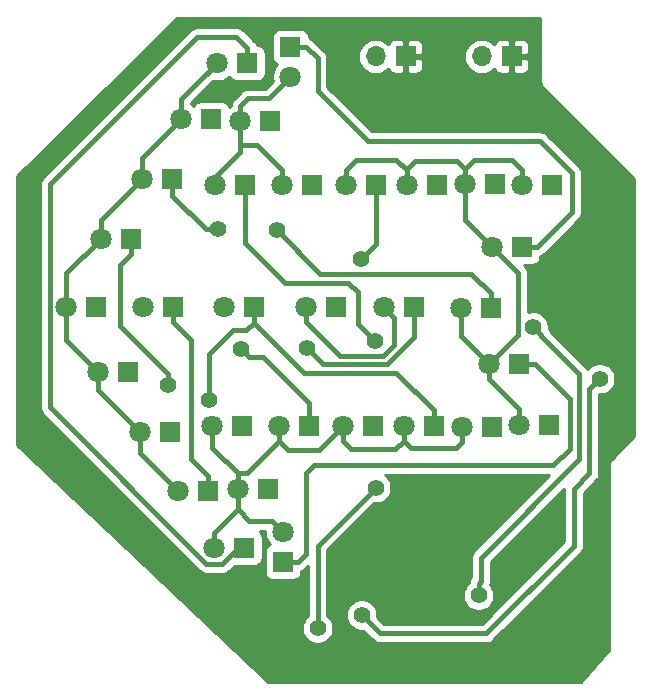
<source format=gbr>
%TF.GenerationSoftware,KiCad,Pcbnew,(5.1.4)-1*%
%TF.CreationDate,2020-11-17T10:49:43+02:00*%
%TF.ProjectId,prose,70726f73-652e-46b6-9963-61645f706362,rev?*%
%TF.SameCoordinates,Original*%
%TF.FileFunction,Copper,L2,Bot*%
%TF.FilePolarity,Positive*%
%FSLAX46Y46*%
G04 Gerber Fmt 4.6, Leading zero omitted, Abs format (unit mm)*
G04 Created by KiCad (PCBNEW (5.1.4)-1) date 2020-11-17 10:49:43*
%MOMM*%
%LPD*%
G04 APERTURE LIST*
%TA.AperFunction,ComponentPad*%
%ADD10R,1.800000X1.800000*%
%TD*%
%TA.AperFunction,ComponentPad*%
%ADD11C,1.800000*%
%TD*%
%TA.AperFunction,ComponentPad*%
%ADD12R,1.700000X1.700000*%
%TD*%
%TA.AperFunction,ComponentPad*%
%ADD13O,1.700000X1.700000*%
%TD*%
%TA.AperFunction,ViaPad*%
%ADD14C,1.400000*%
%TD*%
%TA.AperFunction,Conductor*%
%ADD15C,0.400000*%
%TD*%
%TA.AperFunction,Conductor*%
%ADD16C,0.254000*%
%TD*%
G04 APERTURE END LIST*
D10*
%TO.P,D21,1*%
%TO.N,Net-(D13-Pad1)*%
X88390000Y-63070000D03*
D11*
%TO.P,D21,2*%
%TO.N,Net-(D17-Pad2)*%
X85850000Y-63070000D03*
%TD*%
%TO.P,D18,2*%
%TO.N,Net-(D17-Pad2)*%
X83040000Y-78180000D03*
D10*
%TO.P,D18,1*%
%TO.N,Net-(D10-Pad1)*%
X85580000Y-78180000D03*
%TD*%
D12*
%TO.P,P2,1*%
%TO.N,GND*%
X75960000Y-52160000D03*
D13*
%TO.P,P2,2*%
%TO.N,Net-(F1-Pad2)*%
X73420000Y-52160000D03*
%TD*%
D10*
%TO.P,D5,1*%
%TO.N,Net-(D13-Pad1)*%
X49784000Y-73406000D03*
D11*
%TO.P,D5,2*%
%TO.N,Net-(D1-Pad2)*%
X47244000Y-73406000D03*
%TD*%
%TO.P,D6,2*%
%TO.N,Net-(D1-Pad2)*%
X49920000Y-78870000D03*
D10*
%TO.P,D6,1*%
%TO.N,Net-(D14-Pad1)*%
X52460000Y-78870000D03*
%TD*%
%TO.P,D7,1*%
%TO.N,Net-(D15-Pad1)*%
X55980000Y-83950000D03*
D11*
%TO.P,D7,2*%
%TO.N,Net-(D1-Pad2)*%
X53440000Y-83950000D03*
%TD*%
%TO.P,D8,2*%
%TO.N,Net-(D1-Pad2)*%
X56730000Y-88990000D03*
D10*
%TO.P,D8,1*%
%TO.N,Net-(D16-Pad1)*%
X59270000Y-88990000D03*
%TD*%
D11*
%TO.P,D9,2*%
%TO.N,Net-(D10-Pad2)*%
X59780000Y-93740000D03*
D10*
%TO.P,D9,1*%
%TO.N,Net-(D1-Pad1)*%
X62320000Y-93740000D03*
%TD*%
%TO.P,D10,1*%
%TO.N,Net-(D10-Pad1)*%
X65580000Y-94940000D03*
D11*
%TO.P,D10,2*%
%TO.N,Net-(D10-Pad2)*%
X65580000Y-92400000D03*
%TD*%
D10*
%TO.P,D11,1*%
%TO.N,Net-(D11-Pad1)*%
X64280000Y-88820000D03*
D11*
%TO.P,D11,2*%
%TO.N,Net-(D10-Pad2)*%
X61740000Y-88820000D03*
%TD*%
%TO.P,D12,2*%
%TO.N,Net-(D10-Pad2)*%
X59610000Y-83410000D03*
D10*
%TO.P,D12,1*%
%TO.N,Net-(D12-Pad1)*%
X62150000Y-83410000D03*
%TD*%
%TO.P,D13,1*%
%TO.N,Net-(D13-Pad1)*%
X67780000Y-83410000D03*
D11*
%TO.P,D13,2*%
%TO.N,Net-(D10-Pad2)*%
X65240000Y-83410000D03*
%TD*%
%TO.P,D14,2*%
%TO.N,Net-(D10-Pad2)*%
X70660000Y-83460000D03*
D10*
%TO.P,D14,1*%
%TO.N,Net-(D14-Pad1)*%
X73200000Y-83460000D03*
%TD*%
%TO.P,D15,1*%
%TO.N,Net-(D15-Pad1)*%
X78360000Y-83410000D03*
D11*
%TO.P,D15,2*%
%TO.N,Net-(D10-Pad2)*%
X75820000Y-83410000D03*
%TD*%
%TO.P,D16,2*%
%TO.N,Net-(D10-Pad2)*%
X80720000Y-83510000D03*
D10*
%TO.P,D16,1*%
%TO.N,Net-(D16-Pad1)*%
X83260000Y-83510000D03*
%TD*%
%TO.P,D17,1*%
%TO.N,Net-(D1-Pad1)*%
X88140000Y-83400000D03*
D11*
%TO.P,D17,2*%
%TO.N,Net-(D17-Pad2)*%
X85600000Y-83400000D03*
%TD*%
%TO.P,D19,2*%
%TO.N,Net-(D17-Pad2)*%
X80650000Y-73490000D03*
D10*
%TO.P,D19,1*%
%TO.N,Net-(D11-Pad1)*%
X83190000Y-73490000D03*
%TD*%
D11*
%TO.P,D29,2*%
%TO.N,Net-(D25-Pad2)*%
X74110000Y-73360000D03*
D10*
%TO.P,D29,1*%
%TO.N,Net-(D13-Pad1)*%
X76650000Y-73360000D03*
%TD*%
%TO.P,D30,1*%
%TO.N,Net-(D14-Pad1)*%
X70060000Y-73390000D03*
D11*
%TO.P,D30,2*%
%TO.N,Net-(D25-Pad2)*%
X67520000Y-73390000D03*
%TD*%
%TO.P,D31,2*%
%TO.N,Net-(D25-Pad2)*%
X60610000Y-73390000D03*
D10*
%TO.P,D31,1*%
%TO.N,Net-(D15-Pad1)*%
X63150000Y-73390000D03*
%TD*%
%TO.P,D32,1*%
%TO.N,Net-(D16-Pad1)*%
X56310000Y-73360000D03*
D11*
%TO.P,D32,2*%
%TO.N,Net-(D25-Pad2)*%
X53770000Y-73360000D03*
%TD*%
D12*
%TO.P,P3,1*%
%TO.N,GND*%
X84950000Y-52160000D03*
D13*
%TO.P,P3,2*%
%TO.N,VCC*%
X82410000Y-52160000D03*
%TD*%
D11*
%TO.P,D1,2*%
%TO.N,Net-(D1-Pad2)*%
X60030000Y-52730000D03*
D10*
%TO.P,D1,1*%
%TO.N,Net-(D1-Pad1)*%
X62570000Y-52730000D03*
%TD*%
%TO.P,D2,1*%
%TO.N,Net-(D10-Pad1)*%
X59510000Y-57480000D03*
D11*
%TO.P,D2,2*%
%TO.N,Net-(D1-Pad2)*%
X56970000Y-57480000D03*
%TD*%
%TO.P,D3,2*%
%TO.N,Net-(D1-Pad2)*%
X53690000Y-62520000D03*
D10*
%TO.P,D3,1*%
%TO.N,Net-(D11-Pad1)*%
X56230000Y-62520000D03*
%TD*%
%TO.P,D4,1*%
%TO.N,Net-(D12-Pad1)*%
X52710000Y-67600000D03*
D11*
%TO.P,D4,2*%
%TO.N,Net-(D1-Pad2)*%
X50170000Y-67600000D03*
%TD*%
%TO.P,D20,2*%
%TO.N,Net-(D17-Pad2)*%
X83280000Y-68280000D03*
D10*
%TO.P,D20,1*%
%TO.N,Net-(D12-Pad1)*%
X85820000Y-68280000D03*
%TD*%
D11*
%TO.P,D22,2*%
%TO.N,Net-(D17-Pad2)*%
X80970000Y-62960000D03*
D10*
%TO.P,D22,1*%
%TO.N,Net-(D14-Pad1)*%
X83510000Y-62960000D03*
%TD*%
%TO.P,D23,1*%
%TO.N,Net-(D15-Pad1)*%
X78610000Y-63060000D03*
D11*
%TO.P,D23,2*%
%TO.N,Net-(D17-Pad2)*%
X76070000Y-63060000D03*
%TD*%
D10*
%TO.P,D24,1*%
%TO.N,Net-(D16-Pad1)*%
X73440000Y-63010000D03*
D11*
%TO.P,D24,2*%
%TO.N,Net-(D17-Pad2)*%
X70900000Y-63010000D03*
%TD*%
%TO.P,D25,2*%
%TO.N,Net-(D25-Pad2)*%
X65480000Y-63070000D03*
D10*
%TO.P,D25,1*%
%TO.N,Net-(D1-Pad1)*%
X68020000Y-63070000D03*
%TD*%
%TO.P,D26,1*%
%TO.N,Net-(D10-Pad1)*%
X62400000Y-63060000D03*
D11*
%TO.P,D26,2*%
%TO.N,Net-(D25-Pad2)*%
X59860000Y-63060000D03*
%TD*%
%TO.P,D27,2*%
%TO.N,Net-(D25-Pad2)*%
X61980000Y-57660000D03*
D10*
%TO.P,D27,1*%
%TO.N,Net-(D11-Pad1)*%
X64520000Y-57660000D03*
%TD*%
%TO.P,D28,1*%
%TO.N,Net-(D12-Pad1)*%
X66220000Y-51340000D03*
D11*
%TO.P,D28,2*%
%TO.N,Net-(D25-Pad2)*%
X66220000Y-53880000D03*
%TD*%
D14*
%TO.N,Net-(D10-Pad1)*%
X73380000Y-76270000D03*
%TO.N,Net-(D11-Pad1)*%
X65050000Y-66830000D03*
X60050000Y-66800000D03*
%TO.N,Net-(D12-Pad1)*%
X55830000Y-80010000D03*
%TO.N,Net-(D13-Pad1)*%
X62000000Y-76920000D03*
X67640000Y-76860000D03*
X86770000Y-75080000D03*
X82140000Y-97780000D03*
%TO.N,Net-(D15-Pad1)*%
X59320000Y-81210000D03*
%TO.N,Net-(D16-Pad1)*%
X72160000Y-69340000D03*
%TO.N,Net-(IC1-Pad18)*%
X72240000Y-99450000D03*
X92400000Y-79440000D03*
%TO.N,Net-(IC1-Pad19)*%
X68510000Y-100560000D03*
X73420000Y-88670000D03*
%TO.N,GND*%
X79050000Y-93360000D03*
X78240000Y-96910000D03*
%TD*%
D15*
%TO.N,Net-(D1-Pad1)*%
X45843999Y-81876001D02*
X45843999Y-62976001D01*
X59107999Y-95140001D02*
X45843999Y-81876001D01*
X60452001Y-95140001D02*
X59107999Y-95140001D01*
X62320000Y-93740000D02*
X62320000Y-93272002D01*
X62320000Y-93272002D02*
X60452001Y-95140001D01*
X45843999Y-62976001D02*
X58330000Y-50490000D01*
X62570000Y-51430000D02*
X62570000Y-52730000D01*
X61630000Y-50490000D02*
X62570000Y-51430000D01*
X58330000Y-50490000D02*
X61630000Y-50490000D01*
%TO.N,Net-(D1-Pad2)*%
X59130001Y-53629999D02*
X59090001Y-53629999D01*
X60030000Y-52730000D02*
X59130001Y-53629999D01*
X56970000Y-55790000D02*
X60030000Y-52730000D01*
X56970000Y-57480000D02*
X56970000Y-55790000D01*
X53690000Y-60760000D02*
X56970000Y-57480000D01*
X53690000Y-62520000D02*
X53690000Y-60760000D01*
X50170000Y-66040000D02*
X53690000Y-62520000D01*
X50170000Y-67600000D02*
X50170000Y-66040000D01*
X47244000Y-70526000D02*
X50170000Y-67600000D01*
X47244000Y-73406000D02*
X47244000Y-70526000D01*
X47244000Y-76194000D02*
X49920000Y-78870000D01*
X47244000Y-73406000D02*
X47244000Y-76194000D01*
X49920000Y-80430000D02*
X53440000Y-83950000D01*
X49920000Y-78870000D02*
X49920000Y-80430000D01*
X53440000Y-85700000D02*
X56730000Y-88990000D01*
X53440000Y-83950000D02*
X53440000Y-85700000D01*
%TO.N,Net-(D10-Pad1)*%
X62400000Y-67970000D02*
X62400000Y-63060000D01*
X65750000Y-71320000D02*
X62400000Y-67970000D01*
X71130000Y-71320000D02*
X65750000Y-71320000D01*
X71910000Y-72100000D02*
X71130000Y-71320000D01*
X71910000Y-74800000D02*
X71910000Y-72100000D01*
X73380000Y-76270000D02*
X71910000Y-74800000D01*
X66880000Y-94940000D02*
X65580000Y-94940000D01*
X67560000Y-94260000D02*
X66880000Y-94940000D01*
X67560000Y-87430000D02*
X67560000Y-94260000D01*
X85580000Y-78180000D02*
X86880000Y-78180000D01*
X89870000Y-81170000D02*
X89870000Y-85360000D01*
X89870000Y-85360000D02*
X88450000Y-86780000D01*
X88450000Y-86780000D02*
X68210000Y-86780000D01*
X86880000Y-78180000D02*
X89870000Y-81170000D01*
X68210000Y-86780000D02*
X67560000Y-87430000D01*
%TO.N,Net-(D11-Pad1)*%
X56230000Y-63820000D02*
X56230000Y-62520000D01*
X56230000Y-63969949D02*
X56230000Y-63820000D01*
X59060051Y-66800000D02*
X56230000Y-63969949D01*
X60050000Y-66800000D02*
X59060051Y-66800000D01*
X83190000Y-72190000D02*
X83190000Y-73490000D01*
X81540001Y-70540001D02*
X83190000Y-72190000D01*
X68760001Y-70540001D02*
X81540001Y-70540001D01*
X65050000Y-66830000D02*
X68760001Y-70540001D01*
%TO.N,Net-(D12-Pad1)*%
X55830000Y-79020051D02*
X51820000Y-75010051D01*
X55830000Y-80010000D02*
X55830000Y-79020051D01*
X52710000Y-68900000D02*
X52710000Y-67600000D01*
X51820000Y-69790000D02*
X52710000Y-68900000D01*
X51820000Y-75010051D02*
X51820000Y-69790000D01*
X87120000Y-68280000D02*
X90070000Y-65330000D01*
X85820000Y-68280000D02*
X87120000Y-68280000D01*
X90070000Y-62049998D02*
X87360002Y-59340000D01*
X90070000Y-65330000D02*
X90070000Y-62049998D01*
X87360002Y-59340000D02*
X72800000Y-59340000D01*
X72800000Y-59340000D02*
X68510000Y-55050000D01*
X67520000Y-51340000D02*
X66220000Y-51340000D01*
X68510000Y-52330000D02*
X67520000Y-51340000D01*
X68510000Y-55050000D02*
X68510000Y-52330000D01*
%TO.N,Net-(D13-Pad1)*%
X62699999Y-77619999D02*
X63919999Y-77619999D01*
X62000000Y-76920000D02*
X62699999Y-77619999D01*
X67780000Y-81480000D02*
X67780000Y-83410000D01*
X63919999Y-77619999D02*
X67780000Y-81480000D01*
X69010010Y-78230010D02*
X67640000Y-76860000D01*
X74359953Y-78230010D02*
X69010010Y-78230010D01*
X76650000Y-73360000D02*
X76650000Y-75939963D01*
X76650000Y-75939963D02*
X74359953Y-78230010D01*
X86770000Y-75080000D02*
X87469999Y-75779999D01*
X87469999Y-75849999D02*
X90660000Y-79040000D01*
X90660000Y-79040000D02*
X90660000Y-86280000D01*
X90660000Y-86280000D02*
X82349999Y-94590001D01*
X87469999Y-75779999D02*
X87469999Y-75849999D01*
X82349999Y-96580052D02*
X82349999Y-94590001D01*
X82140000Y-96790051D02*
X82349999Y-96580052D01*
X82140000Y-97780000D02*
X82140000Y-96790051D01*
%TO.N,Net-(D15-Pad1)*%
X63150000Y-74690000D02*
X67400000Y-78940000D01*
X63150000Y-73390000D02*
X63150000Y-74690000D01*
X78360000Y-82110000D02*
X78360000Y-83410000D01*
X75190000Y-78940000D02*
X78360000Y-82110000D01*
X67400000Y-78940000D02*
X75190000Y-78940000D01*
X63150000Y-74690000D02*
X62480000Y-75360000D01*
X62480000Y-75360000D02*
X61350000Y-75360000D01*
X61350000Y-75360000D02*
X59320000Y-77390000D01*
X59320000Y-77390000D02*
X59320000Y-81210000D01*
%TO.N,Net-(D16-Pad1)*%
X56310000Y-74660000D02*
X57780000Y-76130000D01*
X56310000Y-73360000D02*
X56310000Y-74660000D01*
X59270000Y-87690000D02*
X59270000Y-88990000D01*
X57780000Y-86200000D02*
X59270000Y-87690000D01*
X57780000Y-76130000D02*
X57780000Y-86200000D01*
X73440000Y-68060000D02*
X73440000Y-63010000D01*
X72160000Y-69340000D02*
X73440000Y-68060000D01*
%TO.N,Net-(D10-Pad2)*%
X61740000Y-90507208D02*
X61740000Y-88820000D01*
X59780000Y-93740000D02*
X59780000Y-92467208D01*
X59780000Y-92467208D02*
X61740000Y-90507208D01*
X61740000Y-88820000D02*
X61740000Y-87410000D01*
X59610000Y-85280000D02*
X59610000Y-83410000D01*
X61740000Y-87410000D02*
X59610000Y-85280000D01*
X61740000Y-87410000D02*
X62360000Y-87410000D01*
X62512792Y-87410000D02*
X62360000Y-87410000D01*
X65240000Y-84682792D02*
X62512792Y-87410000D01*
X65240000Y-83410000D02*
X65240000Y-84682792D01*
X65240000Y-84682792D02*
X66027208Y-85470000D01*
X66027208Y-85470000D02*
X68650000Y-85470000D01*
X68650000Y-85470000D02*
X70660000Y-83460000D01*
X70660000Y-84732792D02*
X71357208Y-85430000D01*
X70660000Y-83460000D02*
X70660000Y-84732792D01*
X75072792Y-85430000D02*
X71357208Y-85430000D01*
X75820000Y-84682792D02*
X75072792Y-85430000D01*
X75820000Y-83410000D02*
X75820000Y-84682792D01*
X76427208Y-85290000D02*
X75820000Y-84682792D01*
X80212792Y-85290000D02*
X76427208Y-85290000D01*
X80720000Y-84782792D02*
X80212792Y-85290000D01*
X80720000Y-83510000D02*
X80720000Y-84782792D01*
X62732793Y-91500001D02*
X61740000Y-90507208D01*
X64680001Y-91500001D02*
X62732793Y-91500001D01*
X65580000Y-92400000D02*
X64680001Y-91500001D01*
%TO.N,Net-(D17-Pad2)*%
X70900000Y-61737208D02*
X71747208Y-60890000D01*
X70900000Y-63010000D02*
X70900000Y-61737208D01*
X75172792Y-60890000D02*
X71747208Y-60890000D01*
X76070000Y-61787208D02*
X75172792Y-60890000D01*
X76070000Y-63060000D02*
X76070000Y-61787208D01*
X76070000Y-61787208D02*
X76070000Y-61700000D01*
X76070000Y-61700000D02*
X76760000Y-61010000D01*
X80970000Y-61687208D02*
X80970000Y-62960000D01*
X80292792Y-61010000D02*
X80970000Y-61687208D01*
X76760000Y-61010000D02*
X80292792Y-61010000D01*
X85850000Y-61797208D02*
X85850000Y-63070000D01*
X84962792Y-60910000D02*
X85850000Y-61797208D01*
X81747208Y-60910000D02*
X84962792Y-60910000D01*
X80970000Y-61687208D02*
X81747208Y-60910000D01*
X80970000Y-65970000D02*
X80970000Y-62960000D01*
X83280000Y-68280000D02*
X80970000Y-65970000D01*
X80650000Y-75790000D02*
X83040000Y-78180000D01*
X80650000Y-73490000D02*
X80650000Y-75790000D01*
X85600000Y-82127208D02*
X85600000Y-83400000D01*
X85600000Y-82012792D02*
X85600000Y-82127208D01*
X83040000Y-79452792D02*
X85600000Y-82012792D01*
X83040000Y-78180000D02*
X83040000Y-79452792D01*
X85510000Y-70510000D02*
X83280000Y-68280000D01*
X83040000Y-78180000D02*
X85510000Y-75710000D01*
X85510000Y-75710000D02*
X85510000Y-70510000D01*
%TO.N,Net-(D25-Pad2)*%
X61980000Y-57660000D02*
X61980000Y-56387208D01*
X61980000Y-57660000D02*
X61980000Y-59270000D01*
X61980000Y-59667208D02*
X61980000Y-59270000D01*
X61980000Y-59667208D02*
X63177208Y-59667208D01*
X63350000Y-59667208D02*
X63177208Y-59667208D01*
X65480000Y-61797208D02*
X63350000Y-59667208D01*
X65480000Y-63070000D02*
X65480000Y-61797208D01*
X59860000Y-63060000D02*
X59860000Y-62390000D01*
X61980000Y-60270000D02*
X61980000Y-59667208D01*
X59860000Y-62390000D02*
X61980000Y-60270000D01*
X67520000Y-74662792D02*
X67520000Y-73390000D01*
X70387208Y-77530000D02*
X67520000Y-74662792D01*
X74070000Y-77530000D02*
X70387208Y-77530000D01*
X75009999Y-76590001D02*
X74070000Y-77530000D01*
X74110000Y-73360000D02*
X75009999Y-74259999D01*
X75009999Y-74259999D02*
X75009999Y-76590001D01*
X61980000Y-56387208D02*
X62657208Y-55710000D01*
X64390000Y-55710000D02*
X66220000Y-53880000D01*
X62657208Y-55710000D02*
X64390000Y-55710000D01*
%TO.N,Net-(IC1-Pad18)*%
X82780000Y-101010000D02*
X73800000Y-101010000D01*
X90220000Y-88740000D02*
X90220000Y-93570000D01*
X90220000Y-93570000D02*
X82780000Y-101010000D01*
X73800000Y-101010000D02*
X72240000Y-99450000D01*
X91530000Y-80310000D02*
X91530000Y-87430000D01*
X92400000Y-79440000D02*
X91530000Y-80310000D01*
X91530000Y-87430000D02*
X90220000Y-88740000D01*
%TO.N,Net-(IC1-Pad19)*%
X68510000Y-100560000D02*
X68510000Y-93580000D01*
X68510000Y-93580000D02*
X73420000Y-88670000D01*
%TO.N,GND*%
X79050000Y-93360000D02*
X79050000Y-96100000D01*
X79050000Y-96100000D02*
X78240000Y-96910000D01*
%TD*%
D16*
%TO.N,GND*%
G36*
X87385000Y-54285064D02*
G01*
X87381692Y-54317400D01*
X87385000Y-54352340D01*
X87385000Y-54353646D01*
X87388191Y-54386040D01*
X87394410Y-54451731D01*
X87394784Y-54452980D01*
X87394912Y-54454282D01*
X87414153Y-54517711D01*
X87433091Y-54581001D01*
X87433701Y-54582153D01*
X87434081Y-54583405D01*
X87465335Y-54641877D01*
X87496248Y-54700241D01*
X87497071Y-54701251D01*
X87497688Y-54702406D01*
X87539700Y-54753597D01*
X87560104Y-54778652D01*
X87561018Y-54779573D01*
X87583289Y-54806710D01*
X87608422Y-54827337D01*
X95294874Y-62572094D01*
X95285124Y-84253605D01*
X93404609Y-86205761D01*
X93383594Y-86222985D01*
X93357926Y-86254222D01*
X93353322Y-86259001D01*
X93336547Y-86280239D01*
X93297928Y-86327236D01*
X93294779Y-86333118D01*
X93290642Y-86338356D01*
X93262962Y-86392554D01*
X93234246Y-86446197D01*
X93232305Y-86452581D01*
X93229270Y-86458524D01*
X93212696Y-86517079D01*
X93194997Y-86575295D01*
X93194339Y-86581935D01*
X93192521Y-86588357D01*
X93187689Y-86649023D01*
X93185022Y-86675925D01*
X93185018Y-86682553D01*
X93181807Y-86722863D01*
X93184976Y-86749854D01*
X93175164Y-102429852D01*
X90811793Y-105095114D01*
X64302166Y-105104900D01*
X43065000Y-85054662D01*
X43065000Y-62976001D01*
X45004959Y-62976001D01*
X45009000Y-63017030D01*
X45008999Y-81834983D01*
X45004959Y-81876001D01*
X45016474Y-81992918D01*
X45021081Y-82039689D01*
X45068827Y-82197087D01*
X45146363Y-82342146D01*
X45250708Y-82469292D01*
X45282578Y-82495447D01*
X58488562Y-95701433D01*
X58514708Y-95733292D01*
X58546567Y-95759438D01*
X58546569Y-95759440D01*
X58641853Y-95837637D01*
X58786912Y-95915173D01*
X58944310Y-95962919D01*
X59066980Y-95975001D01*
X59066981Y-95975001D01*
X59107999Y-95979041D01*
X59149017Y-95975001D01*
X60410983Y-95975001D01*
X60452001Y-95979041D01*
X60493019Y-95975001D01*
X60493020Y-95975001D01*
X60615690Y-95962919D01*
X60773088Y-95915173D01*
X60918147Y-95837637D01*
X61045292Y-95733292D01*
X61071447Y-95701422D01*
X61494797Y-95278072D01*
X63220000Y-95278072D01*
X63344482Y-95265812D01*
X63464180Y-95229502D01*
X63574494Y-95170537D01*
X63671185Y-95091185D01*
X63750537Y-94994494D01*
X63809502Y-94884180D01*
X63845812Y-94764482D01*
X63858072Y-94640000D01*
X63858072Y-92840000D01*
X63845812Y-92715518D01*
X63809502Y-92595820D01*
X63750537Y-92485506D01*
X63671185Y-92388815D01*
X63605612Y-92335001D01*
X64045000Y-92335001D01*
X64045000Y-92551184D01*
X64103989Y-92847743D01*
X64219701Y-93127095D01*
X64387688Y-93378505D01*
X64454127Y-93444944D01*
X64435820Y-93450498D01*
X64325506Y-93509463D01*
X64228815Y-93588815D01*
X64149463Y-93685506D01*
X64090498Y-93795820D01*
X64054188Y-93915518D01*
X64041928Y-94040000D01*
X64041928Y-95840000D01*
X64054188Y-95964482D01*
X64090498Y-96084180D01*
X64149463Y-96194494D01*
X64228815Y-96291185D01*
X64325506Y-96370537D01*
X64435820Y-96429502D01*
X64555518Y-96465812D01*
X64680000Y-96478072D01*
X66480000Y-96478072D01*
X66604482Y-96465812D01*
X66724180Y-96429502D01*
X66834494Y-96370537D01*
X66931185Y-96291185D01*
X67010537Y-96194494D01*
X67069502Y-96084180D01*
X67105812Y-95964482D01*
X67118072Y-95840000D01*
X67118072Y-95740354D01*
X67201087Y-95715172D01*
X67346146Y-95637636D01*
X67473291Y-95533291D01*
X67499446Y-95501422D01*
X67675001Y-95325867D01*
X67675000Y-99512338D01*
X67658987Y-99523038D01*
X67473038Y-99708987D01*
X67326939Y-99927641D01*
X67226304Y-100170595D01*
X67175000Y-100428514D01*
X67175000Y-100691486D01*
X67226304Y-100949405D01*
X67326939Y-101192359D01*
X67473038Y-101411013D01*
X67658987Y-101596962D01*
X67877641Y-101743061D01*
X68120595Y-101843696D01*
X68378514Y-101895000D01*
X68641486Y-101895000D01*
X68899405Y-101843696D01*
X69142359Y-101743061D01*
X69361013Y-101596962D01*
X69546962Y-101411013D01*
X69693061Y-101192359D01*
X69793696Y-100949405D01*
X69845000Y-100691486D01*
X69845000Y-100428514D01*
X69793696Y-100170595D01*
X69693061Y-99927641D01*
X69546962Y-99708987D01*
X69361013Y-99523038D01*
X69345000Y-99512339D01*
X69345000Y-93925867D01*
X73269626Y-90001243D01*
X73288514Y-90005000D01*
X73551486Y-90005000D01*
X73809405Y-89953696D01*
X74052359Y-89853061D01*
X74271013Y-89706962D01*
X74456962Y-89521013D01*
X74603061Y-89302359D01*
X74703696Y-89059405D01*
X74755000Y-88801486D01*
X74755000Y-88538514D01*
X74703696Y-88280595D01*
X74603061Y-88037641D01*
X74456962Y-87818987D01*
X74271013Y-87633038D01*
X74244017Y-87615000D01*
X88144132Y-87615000D01*
X81788573Y-93970560D01*
X81756709Y-93996710D01*
X81730561Y-94028572D01*
X81652363Y-94123856D01*
X81574827Y-94268915D01*
X81527081Y-94426313D01*
X81510959Y-94590001D01*
X81515000Y-94631029D01*
X81514999Y-96235400D01*
X81442364Y-96323906D01*
X81364828Y-96468965D01*
X81317082Y-96626363D01*
X81306760Y-96731162D01*
X81288987Y-96743038D01*
X81103038Y-96928987D01*
X80956939Y-97147641D01*
X80856304Y-97390595D01*
X80805000Y-97648514D01*
X80805000Y-97911486D01*
X80856304Y-98169405D01*
X80956939Y-98412359D01*
X81103038Y-98631013D01*
X81288987Y-98816962D01*
X81507641Y-98963061D01*
X81750595Y-99063696D01*
X82008514Y-99115000D01*
X82271486Y-99115000D01*
X82529405Y-99063696D01*
X82772359Y-98963061D01*
X82991013Y-98816962D01*
X83176962Y-98631013D01*
X83323061Y-98412359D01*
X83423696Y-98169405D01*
X83475000Y-97911486D01*
X83475000Y-97648514D01*
X83423696Y-97390595D01*
X83323061Y-97147641D01*
X83176962Y-96928987D01*
X83130744Y-96882769D01*
X83172917Y-96743741D01*
X83184999Y-96621071D01*
X83184999Y-96621061D01*
X83189038Y-96580053D01*
X83184999Y-96539045D01*
X83184999Y-94935868D01*
X89380970Y-88739898D01*
X89380960Y-88740000D01*
X89385000Y-88781019D01*
X89385001Y-93224130D01*
X82434133Y-100175000D01*
X74145868Y-100175000D01*
X73571243Y-99600375D01*
X73575000Y-99581486D01*
X73575000Y-99318514D01*
X73523696Y-99060595D01*
X73423061Y-98817641D01*
X73276962Y-98598987D01*
X73091013Y-98413038D01*
X72872359Y-98266939D01*
X72629405Y-98166304D01*
X72371486Y-98115000D01*
X72108514Y-98115000D01*
X71850595Y-98166304D01*
X71607641Y-98266939D01*
X71388987Y-98413038D01*
X71203038Y-98598987D01*
X71056939Y-98817641D01*
X70956304Y-99060595D01*
X70905000Y-99318514D01*
X70905000Y-99581486D01*
X70956304Y-99839405D01*
X71056939Y-100082359D01*
X71203038Y-100301013D01*
X71388987Y-100486962D01*
X71607641Y-100633061D01*
X71850595Y-100733696D01*
X72108514Y-100785000D01*
X72371486Y-100785000D01*
X72390375Y-100781243D01*
X73180559Y-101571426D01*
X73206709Y-101603291D01*
X73333854Y-101707636D01*
X73478913Y-101785172D01*
X73636311Y-101832918D01*
X73799999Y-101849040D01*
X73841018Y-101845000D01*
X82738982Y-101845000D01*
X82780000Y-101849040D01*
X82821018Y-101845000D01*
X82821019Y-101845000D01*
X82943689Y-101832918D01*
X83101087Y-101785172D01*
X83246146Y-101707636D01*
X83373291Y-101603291D01*
X83399446Y-101571421D01*
X90781432Y-94189437D01*
X90813291Y-94163291D01*
X90845655Y-94123856D01*
X90917636Y-94036146D01*
X90995172Y-93891087D01*
X91042918Y-93733689D01*
X91059040Y-93570000D01*
X91055000Y-93528982D01*
X91055000Y-89085867D01*
X92091432Y-88049437D01*
X92123291Y-88023291D01*
X92171271Y-87964828D01*
X92227636Y-87896146D01*
X92305172Y-87751087D01*
X92339229Y-87638815D01*
X92352918Y-87593689D01*
X92365000Y-87471019D01*
X92365000Y-87471018D01*
X92369040Y-87430000D01*
X92365000Y-87388981D01*
X92365000Y-80775000D01*
X92531486Y-80775000D01*
X92789405Y-80723696D01*
X93032359Y-80623061D01*
X93251013Y-80476962D01*
X93436962Y-80291013D01*
X93583061Y-80072359D01*
X93683696Y-79829405D01*
X93735000Y-79571486D01*
X93735000Y-79308514D01*
X93683696Y-79050595D01*
X93583061Y-78807641D01*
X93436962Y-78588987D01*
X93251013Y-78403038D01*
X93032359Y-78256939D01*
X92789405Y-78156304D01*
X92531486Y-78105000D01*
X92268514Y-78105000D01*
X92010595Y-78156304D01*
X91767641Y-78256939D01*
X91548987Y-78403038D01*
X91364789Y-78587236D01*
X91357636Y-78573854D01*
X91337168Y-78548914D01*
X91279439Y-78478570D01*
X91279437Y-78478568D01*
X91253291Y-78446709D01*
X91221433Y-78420564D01*
X88228397Y-75427530D01*
X88167635Y-75313853D01*
X88117933Y-75253291D01*
X88100830Y-75232451D01*
X88105000Y-75211486D01*
X88105000Y-74948514D01*
X88053696Y-74690595D01*
X87953061Y-74447641D01*
X87806962Y-74228987D01*
X87621013Y-74043038D01*
X87402359Y-73896939D01*
X87159405Y-73796304D01*
X86901486Y-73745000D01*
X86638514Y-73745000D01*
X86380595Y-73796304D01*
X86345000Y-73811048D01*
X86345000Y-70551015D01*
X86349040Y-70509999D01*
X86339135Y-70409438D01*
X86332918Y-70346311D01*
X86285172Y-70188913D01*
X86207636Y-70043854D01*
X86103291Y-69916709D01*
X86071427Y-69890559D01*
X85998940Y-69818072D01*
X86720000Y-69818072D01*
X86844482Y-69805812D01*
X86964180Y-69769502D01*
X87074494Y-69710537D01*
X87171185Y-69631185D01*
X87250537Y-69534494D01*
X87309502Y-69424180D01*
X87345812Y-69304482D01*
X87358072Y-69180000D01*
X87358072Y-69080354D01*
X87441087Y-69055172D01*
X87586146Y-68977636D01*
X87713291Y-68873291D01*
X87739446Y-68841421D01*
X90631428Y-65949440D01*
X90663291Y-65923291D01*
X90767636Y-65796146D01*
X90845172Y-65651087D01*
X90892918Y-65493689D01*
X90897545Y-65446709D01*
X90909040Y-65330001D01*
X90905000Y-65288982D01*
X90905000Y-62091016D01*
X90909040Y-62049998D01*
X90892918Y-61886309D01*
X90845172Y-61728911D01*
X90767636Y-61583852D01*
X90689439Y-61488568D01*
X90689437Y-61488566D01*
X90663291Y-61456707D01*
X90631432Y-61430561D01*
X87979448Y-58778579D01*
X87953293Y-58746709D01*
X87826148Y-58642364D01*
X87681089Y-58564828D01*
X87523691Y-58517082D01*
X87401021Y-58505000D01*
X87401020Y-58505000D01*
X87360002Y-58500960D01*
X87318984Y-58505000D01*
X73145868Y-58505000D01*
X69345000Y-54704133D01*
X69345000Y-52371007D01*
X69349039Y-52329999D01*
X69345000Y-52288991D01*
X69345000Y-52288981D01*
X69332918Y-52166311D01*
X69331004Y-52160000D01*
X71927815Y-52160000D01*
X71956487Y-52451111D01*
X72041401Y-52731034D01*
X72179294Y-52989014D01*
X72364866Y-53215134D01*
X72590986Y-53400706D01*
X72848966Y-53538599D01*
X73128889Y-53623513D01*
X73347050Y-53645000D01*
X73492950Y-53645000D01*
X73711111Y-53623513D01*
X73991034Y-53538599D01*
X74249014Y-53400706D01*
X74475134Y-53215134D01*
X74499607Y-53185313D01*
X74520498Y-53254180D01*
X74579463Y-53364494D01*
X74658815Y-53461185D01*
X74755506Y-53540537D01*
X74865820Y-53599502D01*
X74985518Y-53635812D01*
X75110000Y-53648072D01*
X75674250Y-53645000D01*
X75833000Y-53486250D01*
X75833000Y-52287000D01*
X76087000Y-52287000D01*
X76087000Y-53486250D01*
X76245750Y-53645000D01*
X76810000Y-53648072D01*
X76934482Y-53635812D01*
X77054180Y-53599502D01*
X77164494Y-53540537D01*
X77261185Y-53461185D01*
X77340537Y-53364494D01*
X77399502Y-53254180D01*
X77435812Y-53134482D01*
X77448072Y-53010000D01*
X77445000Y-52445750D01*
X77286250Y-52287000D01*
X76087000Y-52287000D01*
X75833000Y-52287000D01*
X75813000Y-52287000D01*
X75813000Y-52160000D01*
X80917815Y-52160000D01*
X80946487Y-52451111D01*
X81031401Y-52731034D01*
X81169294Y-52989014D01*
X81354866Y-53215134D01*
X81580986Y-53400706D01*
X81838966Y-53538599D01*
X82118889Y-53623513D01*
X82337050Y-53645000D01*
X82482950Y-53645000D01*
X82701111Y-53623513D01*
X82981034Y-53538599D01*
X83239014Y-53400706D01*
X83465134Y-53215134D01*
X83489607Y-53185313D01*
X83510498Y-53254180D01*
X83569463Y-53364494D01*
X83648815Y-53461185D01*
X83745506Y-53540537D01*
X83855820Y-53599502D01*
X83975518Y-53635812D01*
X84100000Y-53648072D01*
X84664250Y-53645000D01*
X84823000Y-53486250D01*
X84823000Y-52287000D01*
X85077000Y-52287000D01*
X85077000Y-53486250D01*
X85235750Y-53645000D01*
X85800000Y-53648072D01*
X85924482Y-53635812D01*
X86044180Y-53599502D01*
X86154494Y-53540537D01*
X86251185Y-53461185D01*
X86330537Y-53364494D01*
X86389502Y-53254180D01*
X86425812Y-53134482D01*
X86438072Y-53010000D01*
X86435000Y-52445750D01*
X86276250Y-52287000D01*
X85077000Y-52287000D01*
X84823000Y-52287000D01*
X84803000Y-52287000D01*
X84803000Y-52033000D01*
X84823000Y-52033000D01*
X84823000Y-50833750D01*
X85077000Y-50833750D01*
X85077000Y-52033000D01*
X86276250Y-52033000D01*
X86435000Y-51874250D01*
X86438072Y-51310000D01*
X86425812Y-51185518D01*
X86389502Y-51065820D01*
X86330537Y-50955506D01*
X86251185Y-50858815D01*
X86154494Y-50779463D01*
X86044180Y-50720498D01*
X85924482Y-50684188D01*
X85800000Y-50671928D01*
X85235750Y-50675000D01*
X85077000Y-50833750D01*
X84823000Y-50833750D01*
X84664250Y-50675000D01*
X84100000Y-50671928D01*
X83975518Y-50684188D01*
X83855820Y-50720498D01*
X83745506Y-50779463D01*
X83648815Y-50858815D01*
X83569463Y-50955506D01*
X83510498Y-51065820D01*
X83489607Y-51134687D01*
X83465134Y-51104866D01*
X83239014Y-50919294D01*
X82981034Y-50781401D01*
X82701111Y-50696487D01*
X82482950Y-50675000D01*
X82337050Y-50675000D01*
X82118889Y-50696487D01*
X81838966Y-50781401D01*
X81580986Y-50919294D01*
X81354866Y-51104866D01*
X81169294Y-51330986D01*
X81031401Y-51588966D01*
X80946487Y-51868889D01*
X80917815Y-52160000D01*
X75813000Y-52160000D01*
X75813000Y-52033000D01*
X75833000Y-52033000D01*
X75833000Y-50833750D01*
X76087000Y-50833750D01*
X76087000Y-52033000D01*
X77286250Y-52033000D01*
X77445000Y-51874250D01*
X77448072Y-51310000D01*
X77435812Y-51185518D01*
X77399502Y-51065820D01*
X77340537Y-50955506D01*
X77261185Y-50858815D01*
X77164494Y-50779463D01*
X77054180Y-50720498D01*
X76934482Y-50684188D01*
X76810000Y-50671928D01*
X76245750Y-50675000D01*
X76087000Y-50833750D01*
X75833000Y-50833750D01*
X75674250Y-50675000D01*
X75110000Y-50671928D01*
X74985518Y-50684188D01*
X74865820Y-50720498D01*
X74755506Y-50779463D01*
X74658815Y-50858815D01*
X74579463Y-50955506D01*
X74520498Y-51065820D01*
X74499607Y-51134687D01*
X74475134Y-51104866D01*
X74249014Y-50919294D01*
X73991034Y-50781401D01*
X73711111Y-50696487D01*
X73492950Y-50675000D01*
X73347050Y-50675000D01*
X73128889Y-50696487D01*
X72848966Y-50781401D01*
X72590986Y-50919294D01*
X72364866Y-51104866D01*
X72179294Y-51330986D01*
X72041401Y-51588966D01*
X71956487Y-51868889D01*
X71927815Y-52160000D01*
X69331004Y-52160000D01*
X69285172Y-52008913D01*
X69207636Y-51863854D01*
X69103291Y-51736709D01*
X69071426Y-51710558D01*
X68139446Y-50778579D01*
X68113291Y-50746709D01*
X67986146Y-50642364D01*
X67841087Y-50564828D01*
X67758072Y-50539646D01*
X67758072Y-50440000D01*
X67745812Y-50315518D01*
X67709502Y-50195820D01*
X67650537Y-50085506D01*
X67571185Y-49988815D01*
X67474494Y-49909463D01*
X67364180Y-49850498D01*
X67244482Y-49814188D01*
X67120000Y-49801928D01*
X65320000Y-49801928D01*
X65195518Y-49814188D01*
X65075820Y-49850498D01*
X64965506Y-49909463D01*
X64868815Y-49988815D01*
X64789463Y-50085506D01*
X64730498Y-50195820D01*
X64694188Y-50315518D01*
X64681928Y-50440000D01*
X64681928Y-52240000D01*
X64694188Y-52364482D01*
X64730498Y-52484180D01*
X64789463Y-52594494D01*
X64868815Y-52691185D01*
X64965506Y-52770537D01*
X65075820Y-52829502D01*
X65094127Y-52835056D01*
X65027688Y-52901495D01*
X64859701Y-53152905D01*
X64743989Y-53432257D01*
X64685000Y-53728816D01*
X64685000Y-54031184D01*
X64718671Y-54200461D01*
X64044133Y-54875000D01*
X62698226Y-54875000D01*
X62657208Y-54870960D01*
X62616190Y-54875000D01*
X62616189Y-54875000D01*
X62493519Y-54887082D01*
X62336121Y-54934828D01*
X62191062Y-55012364D01*
X62063917Y-55116709D01*
X62037771Y-55148569D01*
X61418573Y-55767767D01*
X61386710Y-55793917D01*
X61360562Y-55825779D01*
X61282364Y-55921063D01*
X61204828Y-56066122D01*
X61157082Y-56223520D01*
X61142300Y-56373605D01*
X61033098Y-56446571D01*
X60999502Y-56335820D01*
X60940537Y-56225506D01*
X60861185Y-56128815D01*
X60764494Y-56049463D01*
X60654180Y-55990498D01*
X60534482Y-55954188D01*
X60410000Y-55941928D01*
X58610000Y-55941928D01*
X58485518Y-55954188D01*
X58365820Y-55990498D01*
X58255506Y-56049463D01*
X58158815Y-56128815D01*
X58079463Y-56225506D01*
X58020498Y-56335820D01*
X58014944Y-56354127D01*
X57948505Y-56287688D01*
X57805000Y-56191801D01*
X57805000Y-56135867D01*
X59691426Y-54249442D01*
X59712725Y-54231962D01*
X59878816Y-54265000D01*
X60181184Y-54265000D01*
X60477743Y-54206011D01*
X60757095Y-54090299D01*
X61008505Y-53922312D01*
X61074944Y-53855873D01*
X61080498Y-53874180D01*
X61139463Y-53984494D01*
X61218815Y-54081185D01*
X61315506Y-54160537D01*
X61425820Y-54219502D01*
X61545518Y-54255812D01*
X61670000Y-54268072D01*
X63470000Y-54268072D01*
X63594482Y-54255812D01*
X63714180Y-54219502D01*
X63824494Y-54160537D01*
X63921185Y-54081185D01*
X64000537Y-53984494D01*
X64059502Y-53874180D01*
X64095812Y-53754482D01*
X64108072Y-53630000D01*
X64108072Y-51830000D01*
X64095812Y-51705518D01*
X64059502Y-51585820D01*
X64000537Y-51475506D01*
X63921185Y-51378815D01*
X63824494Y-51299463D01*
X63714180Y-51240498D01*
X63594482Y-51204188D01*
X63470000Y-51191928D01*
X63370354Y-51191928D01*
X63345172Y-51108913D01*
X63267636Y-50963854D01*
X63163291Y-50836709D01*
X63131433Y-50810564D01*
X62249445Y-49928578D01*
X62223291Y-49896709D01*
X62096146Y-49792364D01*
X61951087Y-49714828D01*
X61793689Y-49667082D01*
X61671019Y-49655000D01*
X61671018Y-49655000D01*
X61630000Y-49650960D01*
X61588982Y-49655000D01*
X58371018Y-49655000D01*
X58330000Y-49650960D01*
X58288981Y-49655000D01*
X58166311Y-49667082D01*
X58008913Y-49714828D01*
X57863854Y-49792364D01*
X57736709Y-49896709D01*
X57710563Y-49928568D01*
X45282573Y-62356560D01*
X45250709Y-62382710D01*
X45224561Y-62414572D01*
X45146363Y-62509856D01*
X45068827Y-62654915D01*
X45021081Y-62812313D01*
X45004959Y-62976001D01*
X43065000Y-62976001D01*
X43065000Y-62266485D01*
X56640995Y-48875000D01*
X87385001Y-48875000D01*
X87385000Y-54285064D01*
X87385000Y-54285064D01*
G37*
X87385000Y-54285064D02*
X87381692Y-54317400D01*
X87385000Y-54352340D01*
X87385000Y-54353646D01*
X87388191Y-54386040D01*
X87394410Y-54451731D01*
X87394784Y-54452980D01*
X87394912Y-54454282D01*
X87414153Y-54517711D01*
X87433091Y-54581001D01*
X87433701Y-54582153D01*
X87434081Y-54583405D01*
X87465335Y-54641877D01*
X87496248Y-54700241D01*
X87497071Y-54701251D01*
X87497688Y-54702406D01*
X87539700Y-54753597D01*
X87560104Y-54778652D01*
X87561018Y-54779573D01*
X87583289Y-54806710D01*
X87608422Y-54827337D01*
X95294874Y-62572094D01*
X95285124Y-84253605D01*
X93404609Y-86205761D01*
X93383594Y-86222985D01*
X93357926Y-86254222D01*
X93353322Y-86259001D01*
X93336547Y-86280239D01*
X93297928Y-86327236D01*
X93294779Y-86333118D01*
X93290642Y-86338356D01*
X93262962Y-86392554D01*
X93234246Y-86446197D01*
X93232305Y-86452581D01*
X93229270Y-86458524D01*
X93212696Y-86517079D01*
X93194997Y-86575295D01*
X93194339Y-86581935D01*
X93192521Y-86588357D01*
X93187689Y-86649023D01*
X93185022Y-86675925D01*
X93185018Y-86682553D01*
X93181807Y-86722863D01*
X93184976Y-86749854D01*
X93175164Y-102429852D01*
X90811793Y-105095114D01*
X64302166Y-105104900D01*
X43065000Y-85054662D01*
X43065000Y-62976001D01*
X45004959Y-62976001D01*
X45009000Y-63017030D01*
X45008999Y-81834983D01*
X45004959Y-81876001D01*
X45016474Y-81992918D01*
X45021081Y-82039689D01*
X45068827Y-82197087D01*
X45146363Y-82342146D01*
X45250708Y-82469292D01*
X45282578Y-82495447D01*
X58488562Y-95701433D01*
X58514708Y-95733292D01*
X58546567Y-95759438D01*
X58546569Y-95759440D01*
X58641853Y-95837637D01*
X58786912Y-95915173D01*
X58944310Y-95962919D01*
X59066980Y-95975001D01*
X59066981Y-95975001D01*
X59107999Y-95979041D01*
X59149017Y-95975001D01*
X60410983Y-95975001D01*
X60452001Y-95979041D01*
X60493019Y-95975001D01*
X60493020Y-95975001D01*
X60615690Y-95962919D01*
X60773088Y-95915173D01*
X60918147Y-95837637D01*
X61045292Y-95733292D01*
X61071447Y-95701422D01*
X61494797Y-95278072D01*
X63220000Y-95278072D01*
X63344482Y-95265812D01*
X63464180Y-95229502D01*
X63574494Y-95170537D01*
X63671185Y-95091185D01*
X63750537Y-94994494D01*
X63809502Y-94884180D01*
X63845812Y-94764482D01*
X63858072Y-94640000D01*
X63858072Y-92840000D01*
X63845812Y-92715518D01*
X63809502Y-92595820D01*
X63750537Y-92485506D01*
X63671185Y-92388815D01*
X63605612Y-92335001D01*
X64045000Y-92335001D01*
X64045000Y-92551184D01*
X64103989Y-92847743D01*
X64219701Y-93127095D01*
X64387688Y-93378505D01*
X64454127Y-93444944D01*
X64435820Y-93450498D01*
X64325506Y-93509463D01*
X64228815Y-93588815D01*
X64149463Y-93685506D01*
X64090498Y-93795820D01*
X64054188Y-93915518D01*
X64041928Y-94040000D01*
X64041928Y-95840000D01*
X64054188Y-95964482D01*
X64090498Y-96084180D01*
X64149463Y-96194494D01*
X64228815Y-96291185D01*
X64325506Y-96370537D01*
X64435820Y-96429502D01*
X64555518Y-96465812D01*
X64680000Y-96478072D01*
X66480000Y-96478072D01*
X66604482Y-96465812D01*
X66724180Y-96429502D01*
X66834494Y-96370537D01*
X66931185Y-96291185D01*
X67010537Y-96194494D01*
X67069502Y-96084180D01*
X67105812Y-95964482D01*
X67118072Y-95840000D01*
X67118072Y-95740354D01*
X67201087Y-95715172D01*
X67346146Y-95637636D01*
X67473291Y-95533291D01*
X67499446Y-95501422D01*
X67675001Y-95325867D01*
X67675000Y-99512338D01*
X67658987Y-99523038D01*
X67473038Y-99708987D01*
X67326939Y-99927641D01*
X67226304Y-100170595D01*
X67175000Y-100428514D01*
X67175000Y-100691486D01*
X67226304Y-100949405D01*
X67326939Y-101192359D01*
X67473038Y-101411013D01*
X67658987Y-101596962D01*
X67877641Y-101743061D01*
X68120595Y-101843696D01*
X68378514Y-101895000D01*
X68641486Y-101895000D01*
X68899405Y-101843696D01*
X69142359Y-101743061D01*
X69361013Y-101596962D01*
X69546962Y-101411013D01*
X69693061Y-101192359D01*
X69793696Y-100949405D01*
X69845000Y-100691486D01*
X69845000Y-100428514D01*
X69793696Y-100170595D01*
X69693061Y-99927641D01*
X69546962Y-99708987D01*
X69361013Y-99523038D01*
X69345000Y-99512339D01*
X69345000Y-93925867D01*
X73269626Y-90001243D01*
X73288514Y-90005000D01*
X73551486Y-90005000D01*
X73809405Y-89953696D01*
X74052359Y-89853061D01*
X74271013Y-89706962D01*
X74456962Y-89521013D01*
X74603061Y-89302359D01*
X74703696Y-89059405D01*
X74755000Y-88801486D01*
X74755000Y-88538514D01*
X74703696Y-88280595D01*
X74603061Y-88037641D01*
X74456962Y-87818987D01*
X74271013Y-87633038D01*
X74244017Y-87615000D01*
X88144132Y-87615000D01*
X81788573Y-93970560D01*
X81756709Y-93996710D01*
X81730561Y-94028572D01*
X81652363Y-94123856D01*
X81574827Y-94268915D01*
X81527081Y-94426313D01*
X81510959Y-94590001D01*
X81515000Y-94631029D01*
X81514999Y-96235400D01*
X81442364Y-96323906D01*
X81364828Y-96468965D01*
X81317082Y-96626363D01*
X81306760Y-96731162D01*
X81288987Y-96743038D01*
X81103038Y-96928987D01*
X80956939Y-97147641D01*
X80856304Y-97390595D01*
X80805000Y-97648514D01*
X80805000Y-97911486D01*
X80856304Y-98169405D01*
X80956939Y-98412359D01*
X81103038Y-98631013D01*
X81288987Y-98816962D01*
X81507641Y-98963061D01*
X81750595Y-99063696D01*
X82008514Y-99115000D01*
X82271486Y-99115000D01*
X82529405Y-99063696D01*
X82772359Y-98963061D01*
X82991013Y-98816962D01*
X83176962Y-98631013D01*
X83323061Y-98412359D01*
X83423696Y-98169405D01*
X83475000Y-97911486D01*
X83475000Y-97648514D01*
X83423696Y-97390595D01*
X83323061Y-97147641D01*
X83176962Y-96928987D01*
X83130744Y-96882769D01*
X83172917Y-96743741D01*
X83184999Y-96621071D01*
X83184999Y-96621061D01*
X83189038Y-96580053D01*
X83184999Y-96539045D01*
X83184999Y-94935868D01*
X89380970Y-88739898D01*
X89380960Y-88740000D01*
X89385000Y-88781019D01*
X89385001Y-93224130D01*
X82434133Y-100175000D01*
X74145868Y-100175000D01*
X73571243Y-99600375D01*
X73575000Y-99581486D01*
X73575000Y-99318514D01*
X73523696Y-99060595D01*
X73423061Y-98817641D01*
X73276962Y-98598987D01*
X73091013Y-98413038D01*
X72872359Y-98266939D01*
X72629405Y-98166304D01*
X72371486Y-98115000D01*
X72108514Y-98115000D01*
X71850595Y-98166304D01*
X71607641Y-98266939D01*
X71388987Y-98413038D01*
X71203038Y-98598987D01*
X71056939Y-98817641D01*
X70956304Y-99060595D01*
X70905000Y-99318514D01*
X70905000Y-99581486D01*
X70956304Y-99839405D01*
X71056939Y-100082359D01*
X71203038Y-100301013D01*
X71388987Y-100486962D01*
X71607641Y-100633061D01*
X71850595Y-100733696D01*
X72108514Y-100785000D01*
X72371486Y-100785000D01*
X72390375Y-100781243D01*
X73180559Y-101571426D01*
X73206709Y-101603291D01*
X73333854Y-101707636D01*
X73478913Y-101785172D01*
X73636311Y-101832918D01*
X73799999Y-101849040D01*
X73841018Y-101845000D01*
X82738982Y-101845000D01*
X82780000Y-101849040D01*
X82821018Y-101845000D01*
X82821019Y-101845000D01*
X82943689Y-101832918D01*
X83101087Y-101785172D01*
X83246146Y-101707636D01*
X83373291Y-101603291D01*
X83399446Y-101571421D01*
X90781432Y-94189437D01*
X90813291Y-94163291D01*
X90845655Y-94123856D01*
X90917636Y-94036146D01*
X90995172Y-93891087D01*
X91042918Y-93733689D01*
X91059040Y-93570000D01*
X91055000Y-93528982D01*
X91055000Y-89085867D01*
X92091432Y-88049437D01*
X92123291Y-88023291D01*
X92171271Y-87964828D01*
X92227636Y-87896146D01*
X92305172Y-87751087D01*
X92339229Y-87638815D01*
X92352918Y-87593689D01*
X92365000Y-87471019D01*
X92365000Y-87471018D01*
X92369040Y-87430000D01*
X92365000Y-87388981D01*
X92365000Y-80775000D01*
X92531486Y-80775000D01*
X92789405Y-80723696D01*
X93032359Y-80623061D01*
X93251013Y-80476962D01*
X93436962Y-80291013D01*
X93583061Y-80072359D01*
X93683696Y-79829405D01*
X93735000Y-79571486D01*
X93735000Y-79308514D01*
X93683696Y-79050595D01*
X93583061Y-78807641D01*
X93436962Y-78588987D01*
X93251013Y-78403038D01*
X93032359Y-78256939D01*
X92789405Y-78156304D01*
X92531486Y-78105000D01*
X92268514Y-78105000D01*
X92010595Y-78156304D01*
X91767641Y-78256939D01*
X91548987Y-78403038D01*
X91364789Y-78587236D01*
X91357636Y-78573854D01*
X91337168Y-78548914D01*
X91279439Y-78478570D01*
X91279437Y-78478568D01*
X91253291Y-78446709D01*
X91221433Y-78420564D01*
X88228397Y-75427530D01*
X88167635Y-75313853D01*
X88117933Y-75253291D01*
X88100830Y-75232451D01*
X88105000Y-75211486D01*
X88105000Y-74948514D01*
X88053696Y-74690595D01*
X87953061Y-74447641D01*
X87806962Y-74228987D01*
X87621013Y-74043038D01*
X87402359Y-73896939D01*
X87159405Y-73796304D01*
X86901486Y-73745000D01*
X86638514Y-73745000D01*
X86380595Y-73796304D01*
X86345000Y-73811048D01*
X86345000Y-70551015D01*
X86349040Y-70509999D01*
X86339135Y-70409438D01*
X86332918Y-70346311D01*
X86285172Y-70188913D01*
X86207636Y-70043854D01*
X86103291Y-69916709D01*
X86071427Y-69890559D01*
X85998940Y-69818072D01*
X86720000Y-69818072D01*
X86844482Y-69805812D01*
X86964180Y-69769502D01*
X87074494Y-69710537D01*
X87171185Y-69631185D01*
X87250537Y-69534494D01*
X87309502Y-69424180D01*
X87345812Y-69304482D01*
X87358072Y-69180000D01*
X87358072Y-69080354D01*
X87441087Y-69055172D01*
X87586146Y-68977636D01*
X87713291Y-68873291D01*
X87739446Y-68841421D01*
X90631428Y-65949440D01*
X90663291Y-65923291D01*
X90767636Y-65796146D01*
X90845172Y-65651087D01*
X90892918Y-65493689D01*
X90897545Y-65446709D01*
X90909040Y-65330001D01*
X90905000Y-65288982D01*
X90905000Y-62091016D01*
X90909040Y-62049998D01*
X90892918Y-61886309D01*
X90845172Y-61728911D01*
X90767636Y-61583852D01*
X90689439Y-61488568D01*
X90689437Y-61488566D01*
X90663291Y-61456707D01*
X90631432Y-61430561D01*
X87979448Y-58778579D01*
X87953293Y-58746709D01*
X87826148Y-58642364D01*
X87681089Y-58564828D01*
X87523691Y-58517082D01*
X87401021Y-58505000D01*
X87401020Y-58505000D01*
X87360002Y-58500960D01*
X87318984Y-58505000D01*
X73145868Y-58505000D01*
X69345000Y-54704133D01*
X69345000Y-52371007D01*
X69349039Y-52329999D01*
X69345000Y-52288991D01*
X69345000Y-52288981D01*
X69332918Y-52166311D01*
X69331004Y-52160000D01*
X71927815Y-52160000D01*
X71956487Y-52451111D01*
X72041401Y-52731034D01*
X72179294Y-52989014D01*
X72364866Y-53215134D01*
X72590986Y-53400706D01*
X72848966Y-53538599D01*
X73128889Y-53623513D01*
X73347050Y-53645000D01*
X73492950Y-53645000D01*
X73711111Y-53623513D01*
X73991034Y-53538599D01*
X74249014Y-53400706D01*
X74475134Y-53215134D01*
X74499607Y-53185313D01*
X74520498Y-53254180D01*
X74579463Y-53364494D01*
X74658815Y-53461185D01*
X74755506Y-53540537D01*
X74865820Y-53599502D01*
X74985518Y-53635812D01*
X75110000Y-53648072D01*
X75674250Y-53645000D01*
X75833000Y-53486250D01*
X75833000Y-52287000D01*
X76087000Y-52287000D01*
X76087000Y-53486250D01*
X76245750Y-53645000D01*
X76810000Y-53648072D01*
X76934482Y-53635812D01*
X77054180Y-53599502D01*
X77164494Y-53540537D01*
X77261185Y-53461185D01*
X77340537Y-53364494D01*
X77399502Y-53254180D01*
X77435812Y-53134482D01*
X77448072Y-53010000D01*
X77445000Y-52445750D01*
X77286250Y-52287000D01*
X76087000Y-52287000D01*
X75833000Y-52287000D01*
X75813000Y-52287000D01*
X75813000Y-52160000D01*
X80917815Y-52160000D01*
X80946487Y-52451111D01*
X81031401Y-52731034D01*
X81169294Y-52989014D01*
X81354866Y-53215134D01*
X81580986Y-53400706D01*
X81838966Y-53538599D01*
X82118889Y-53623513D01*
X82337050Y-53645000D01*
X82482950Y-53645000D01*
X82701111Y-53623513D01*
X82981034Y-53538599D01*
X83239014Y-53400706D01*
X83465134Y-53215134D01*
X83489607Y-53185313D01*
X83510498Y-53254180D01*
X83569463Y-53364494D01*
X83648815Y-53461185D01*
X83745506Y-53540537D01*
X83855820Y-53599502D01*
X83975518Y-53635812D01*
X84100000Y-53648072D01*
X84664250Y-53645000D01*
X84823000Y-53486250D01*
X84823000Y-52287000D01*
X85077000Y-52287000D01*
X85077000Y-53486250D01*
X85235750Y-53645000D01*
X85800000Y-53648072D01*
X85924482Y-53635812D01*
X86044180Y-53599502D01*
X86154494Y-53540537D01*
X86251185Y-53461185D01*
X86330537Y-53364494D01*
X86389502Y-53254180D01*
X86425812Y-53134482D01*
X86438072Y-53010000D01*
X86435000Y-52445750D01*
X86276250Y-52287000D01*
X85077000Y-52287000D01*
X84823000Y-52287000D01*
X84803000Y-52287000D01*
X84803000Y-52033000D01*
X84823000Y-52033000D01*
X84823000Y-50833750D01*
X85077000Y-50833750D01*
X85077000Y-52033000D01*
X86276250Y-52033000D01*
X86435000Y-51874250D01*
X86438072Y-51310000D01*
X86425812Y-51185518D01*
X86389502Y-51065820D01*
X86330537Y-50955506D01*
X86251185Y-50858815D01*
X86154494Y-50779463D01*
X86044180Y-50720498D01*
X85924482Y-50684188D01*
X85800000Y-50671928D01*
X85235750Y-50675000D01*
X85077000Y-50833750D01*
X84823000Y-50833750D01*
X84664250Y-50675000D01*
X84100000Y-50671928D01*
X83975518Y-50684188D01*
X83855820Y-50720498D01*
X83745506Y-50779463D01*
X83648815Y-50858815D01*
X83569463Y-50955506D01*
X83510498Y-51065820D01*
X83489607Y-51134687D01*
X83465134Y-51104866D01*
X83239014Y-50919294D01*
X82981034Y-50781401D01*
X82701111Y-50696487D01*
X82482950Y-50675000D01*
X82337050Y-50675000D01*
X82118889Y-50696487D01*
X81838966Y-50781401D01*
X81580986Y-50919294D01*
X81354866Y-51104866D01*
X81169294Y-51330986D01*
X81031401Y-51588966D01*
X80946487Y-51868889D01*
X80917815Y-52160000D01*
X75813000Y-52160000D01*
X75813000Y-52033000D01*
X75833000Y-52033000D01*
X75833000Y-50833750D01*
X76087000Y-50833750D01*
X76087000Y-52033000D01*
X77286250Y-52033000D01*
X77445000Y-51874250D01*
X77448072Y-51310000D01*
X77435812Y-51185518D01*
X77399502Y-51065820D01*
X77340537Y-50955506D01*
X77261185Y-50858815D01*
X77164494Y-50779463D01*
X77054180Y-50720498D01*
X76934482Y-50684188D01*
X76810000Y-50671928D01*
X76245750Y-50675000D01*
X76087000Y-50833750D01*
X75833000Y-50833750D01*
X75674250Y-50675000D01*
X75110000Y-50671928D01*
X74985518Y-50684188D01*
X74865820Y-50720498D01*
X74755506Y-50779463D01*
X74658815Y-50858815D01*
X74579463Y-50955506D01*
X74520498Y-51065820D01*
X74499607Y-51134687D01*
X74475134Y-51104866D01*
X74249014Y-50919294D01*
X73991034Y-50781401D01*
X73711111Y-50696487D01*
X73492950Y-50675000D01*
X73347050Y-50675000D01*
X73128889Y-50696487D01*
X72848966Y-50781401D01*
X72590986Y-50919294D01*
X72364866Y-51104866D01*
X72179294Y-51330986D01*
X72041401Y-51588966D01*
X71956487Y-51868889D01*
X71927815Y-52160000D01*
X69331004Y-52160000D01*
X69285172Y-52008913D01*
X69207636Y-51863854D01*
X69103291Y-51736709D01*
X69071426Y-51710558D01*
X68139446Y-50778579D01*
X68113291Y-50746709D01*
X67986146Y-50642364D01*
X67841087Y-50564828D01*
X67758072Y-50539646D01*
X67758072Y-50440000D01*
X67745812Y-50315518D01*
X67709502Y-50195820D01*
X67650537Y-50085506D01*
X67571185Y-49988815D01*
X67474494Y-49909463D01*
X67364180Y-49850498D01*
X67244482Y-49814188D01*
X67120000Y-49801928D01*
X65320000Y-49801928D01*
X65195518Y-49814188D01*
X65075820Y-49850498D01*
X64965506Y-49909463D01*
X64868815Y-49988815D01*
X64789463Y-50085506D01*
X64730498Y-50195820D01*
X64694188Y-50315518D01*
X64681928Y-50440000D01*
X64681928Y-52240000D01*
X64694188Y-52364482D01*
X64730498Y-52484180D01*
X64789463Y-52594494D01*
X64868815Y-52691185D01*
X64965506Y-52770537D01*
X65075820Y-52829502D01*
X65094127Y-52835056D01*
X65027688Y-52901495D01*
X64859701Y-53152905D01*
X64743989Y-53432257D01*
X64685000Y-53728816D01*
X64685000Y-54031184D01*
X64718671Y-54200461D01*
X64044133Y-54875000D01*
X62698226Y-54875000D01*
X62657208Y-54870960D01*
X62616190Y-54875000D01*
X62616189Y-54875000D01*
X62493519Y-54887082D01*
X62336121Y-54934828D01*
X62191062Y-55012364D01*
X62063917Y-55116709D01*
X62037771Y-55148569D01*
X61418573Y-55767767D01*
X61386710Y-55793917D01*
X61360562Y-55825779D01*
X61282364Y-55921063D01*
X61204828Y-56066122D01*
X61157082Y-56223520D01*
X61142300Y-56373605D01*
X61033098Y-56446571D01*
X60999502Y-56335820D01*
X60940537Y-56225506D01*
X60861185Y-56128815D01*
X60764494Y-56049463D01*
X60654180Y-55990498D01*
X60534482Y-55954188D01*
X60410000Y-55941928D01*
X58610000Y-55941928D01*
X58485518Y-55954188D01*
X58365820Y-55990498D01*
X58255506Y-56049463D01*
X58158815Y-56128815D01*
X58079463Y-56225506D01*
X58020498Y-56335820D01*
X58014944Y-56354127D01*
X57948505Y-56287688D01*
X57805000Y-56191801D01*
X57805000Y-56135867D01*
X59691426Y-54249442D01*
X59712725Y-54231962D01*
X59878816Y-54265000D01*
X60181184Y-54265000D01*
X60477743Y-54206011D01*
X60757095Y-54090299D01*
X61008505Y-53922312D01*
X61074944Y-53855873D01*
X61080498Y-53874180D01*
X61139463Y-53984494D01*
X61218815Y-54081185D01*
X61315506Y-54160537D01*
X61425820Y-54219502D01*
X61545518Y-54255812D01*
X61670000Y-54268072D01*
X63470000Y-54268072D01*
X63594482Y-54255812D01*
X63714180Y-54219502D01*
X63824494Y-54160537D01*
X63921185Y-54081185D01*
X64000537Y-53984494D01*
X64059502Y-53874180D01*
X64095812Y-53754482D01*
X64108072Y-53630000D01*
X64108072Y-51830000D01*
X64095812Y-51705518D01*
X64059502Y-51585820D01*
X64000537Y-51475506D01*
X63921185Y-51378815D01*
X63824494Y-51299463D01*
X63714180Y-51240498D01*
X63594482Y-51204188D01*
X63470000Y-51191928D01*
X63370354Y-51191928D01*
X63345172Y-51108913D01*
X63267636Y-50963854D01*
X63163291Y-50836709D01*
X63131433Y-50810564D01*
X62249445Y-49928578D01*
X62223291Y-49896709D01*
X62096146Y-49792364D01*
X61951087Y-49714828D01*
X61793689Y-49667082D01*
X61671019Y-49655000D01*
X61671018Y-49655000D01*
X61630000Y-49650960D01*
X61588982Y-49655000D01*
X58371018Y-49655000D01*
X58330000Y-49650960D01*
X58288981Y-49655000D01*
X58166311Y-49667082D01*
X58008913Y-49714828D01*
X57863854Y-49792364D01*
X57736709Y-49896709D01*
X57710563Y-49928568D01*
X45282573Y-62356560D01*
X45250709Y-62382710D01*
X45224561Y-62414572D01*
X45146363Y-62509856D01*
X45068827Y-62654915D01*
X45021081Y-62812313D01*
X45004959Y-62976001D01*
X43065000Y-62976001D01*
X43065000Y-62266485D01*
X56640995Y-48875000D01*
X87385001Y-48875000D01*
X87385000Y-54285064D01*
%TD*%
M02*

</source>
